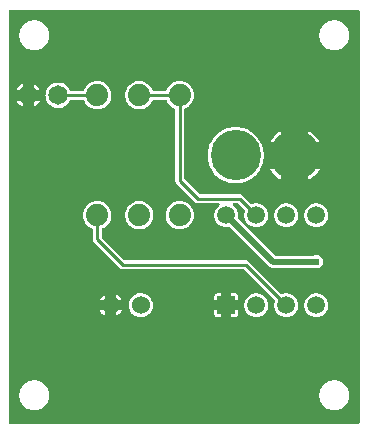
<source format=gtl>
G04 Layer: TopLayer*
G04 EasyEDA Pro v2.2.45.4, 2025-12-09 09:51:21*
G04 Gerber Generator version 0.3*
G04 Scale: 100 percent, Rotated: No, Reflected: No*
G04 Dimensions in millimeters*
G04 Leading zeros omitted, absolute positions, 4 integers and 5 decimals*
G04 Generated by one-click*
%FSLAX45Y45*%
%MOMM*%
%ADD10C,1.524*%
%ADD11C,4.25*%
%ADD12C,1.651*%
%ADD13C,1.8796*%
%ADD14R,1.5X1.5*%
%ADD15C,1.5*%
%ADD16C,0.62001*%
%ADD17C,0.5*%
%ADD18C,0.2524*%
%ADD19C,0.254*%
G75*


G04 Copper Start*
G36*
G01X-1475232Y267208D02*
G01X-1479120Y267981D01*
G01X-1482416Y270184D01*
G01X-1484619Y273480D01*
G01X-1485392Y277368D01*
G01X-1485392Y508000D01*
G01X-1397489Y508000D01*
G01X-1396560Y492633D01*
G01X-1393785Y477490D01*
G01X-1389205Y462792D01*
G01X-1382886Y448753D01*
G01X-1374922Y435578D01*
G01X-1365427Y423459D01*
G01X-1354541Y412573D01*
G01X-1342422Y403078D01*
G01X-1329247Y395114D01*
G01X-1315208Y388795D01*
G01X-1300510Y384215D01*
G01X-1285367Y381440D01*
G01X-1270000Y380511D01*
G01X-1270000Y380511D01*
G01X-1254633Y381440D01*
G01X-1239490Y384215D01*
G01X-1224792Y388795D01*
G01X-1210753Y395114D01*
G01X-1197578Y403078D01*
G01X-1185459Y412573D01*
G01X-1174573Y423459D01*
G01X-1165078Y435578D01*
G01X-1157114Y448753D01*
G01X-1150795Y462792D01*
G01X-1146215Y477490D01*
G01X-1143440Y492633D01*
G01X-1142511Y508000D01*
G01X1142511Y508000D01*
G01X1143440Y492633D01*
G01X1146215Y477490D01*
G01X1150795Y462792D01*
G01X1157114Y448753D01*
G01X1165078Y435578D01*
G01X1174573Y423459D01*
G01X1185459Y412573D01*
G01X1197578Y403078D01*
G01X1210753Y395114D01*
G01X1224792Y388795D01*
G01X1239490Y384215D01*
G01X1254633Y381440D01*
G01X1270000Y380511D01*
G01X1270000Y380511D01*
G01X1285367Y381440D01*
G01X1300510Y384215D01*
G01X1315208Y388795D01*
G01X1329247Y395114D01*
G01X1342422Y403078D01*
G01X1354541Y412573D01*
G01X1365427Y423459D01*
G01X1374922Y435578D01*
G01X1382886Y448753D01*
G01X1389205Y462792D01*
G01X1393785Y477490D01*
G01X1396560Y492633D01*
G01X1397489Y508000D01*
G01X1396560Y523367D01*
G01X1393785Y538510D01*
G01X1389205Y553208D01*
G01X1382886Y567247D01*
G01X1374922Y580422D01*
G01X1365427Y592541D01*
G01X1354541Y603427D01*
G01X1342422Y612922D01*
G01X1329247Y620886D01*
G01X1315208Y627205D01*
G01X1300510Y631785D01*
G01X1285367Y634560D01*
G01X1270000Y635489D01*
G01X1254633Y634560D01*
G01X1239490Y631785D01*
G01X1224792Y627205D01*
G01X1210753Y620886D01*
G01X1197578Y612922D01*
G01X1185459Y603427D01*
G01X1174573Y592541D01*
G01X1165078Y580422D01*
G01X1157114Y567247D01*
G01X1150795Y553208D01*
G01X1146215Y538510D01*
G01X1143440Y523367D01*
G01X1142511Y508000D01*
G01X-1142511Y508000D01*
G01X-1143440Y523367D01*
G01X-1146215Y538510D01*
G01X-1150795Y553208D01*
G01X-1157114Y567247D01*
G01X-1165078Y580422D01*
G01X-1174573Y592541D01*
G01X-1185459Y603427D01*
G01X-1197578Y612922D01*
G01X-1210753Y620886D01*
G01X-1224792Y627205D01*
G01X-1239490Y631785D01*
G01X-1254633Y634560D01*
G01X-1270000Y635489D01*
G01X-1285367Y634560D01*
G01X-1300510Y631785D01*
G01X-1315208Y627205D01*
G01X-1329247Y620886D01*
G01X-1342422Y612922D01*
G01X-1354541Y603427D01*
G01X-1365427Y592541D01*
G01X-1374922Y580422D01*
G01X-1382886Y567247D01*
G01X-1389205Y553208D01*
G01X-1393785Y538510D01*
G01X-1396560Y523367D01*
G01X-1397489Y508000D01*
G01X-1485392Y508000D01*
G01X-1485392Y1225550D01*
G01X-713962Y1225550D01*
G01X-710134Y1217976D01*
G01X-702416Y1206733D01*
G01X-693269Y1196619D01*
G01X-682855Y1187814D01*
G01X-671360Y1180476D01*
G01X-666750Y1178337D01*
G01X-666750Y1178337D01*
G01X-666750Y1225550D01*
G01X-577850Y1225550D01*
G01X-577850Y1178210D01*
G01X-567370Y1183953D01*
G01X-556391Y1192042D01*
G01X-546588Y1201523D01*
G01X-538137Y1212225D01*
G01X-531187Y1223958D01*
G01X-530512Y1225550D01*
G01X-577850Y1225550D01*
G01X-577850Y1225550D01*
G01X-666750Y1225550D01*
G01X-713962Y1225550D01*
G01X-1485392Y1225550D01*
G01X-1485392Y1270000D01*
G01X-470385Y1270000D01*
G01X-469474Y1256393D01*
G01X-466758Y1243030D01*
G01X-462285Y1230147D01*
G01X-456134Y1217976D01*
G01X-448416Y1206733D01*
G01X-439269Y1196619D01*
G01X-428855Y1187814D01*
G01X-417360Y1180476D01*
G01X-404990Y1174736D01*
G01X-391965Y1170696D01*
G01X-378518Y1168427D01*
G01X-364889Y1167972D01*
G01X-364889Y1167972D01*
G01X-351320Y1169337D01*
G01X-338055Y1172498D01*
G01X-325329Y1177399D01*
G01X-313370Y1183953D01*
G01X-302391Y1192042D01*
G01X-292588Y1201523D01*
G01X-284137Y1212225D01*
G01X-277187Y1223958D01*
G01X-276258Y1226150D01*
G01X254692Y1226150D01*
G01X254692Y1195571D01*
G01X255404Y1189249D01*
G01X257316Y1183787D01*
G01X260395Y1178887D01*
G01X264487Y1174795D01*
G01X269387Y1171716D01*
G01X274849Y1169804D01*
G01X274849Y1169804D01*
G01X281171Y1169092D01*
G01X311750Y1169092D01*
G01X311750Y1226150D01*
G01X399450Y1226150D01*
G01X399450Y1169092D01*
G01X430029Y1169092D01*
G01X436351Y1169804D01*
G01X441813Y1171716D01*
G01X446713Y1174795D01*
G01X450805Y1178887D01*
G01X453884Y1183787D01*
G01X455796Y1189249D01*
G01X456508Y1195571D01*
G01X456508Y1226150D01*
G01X399450Y1226150D01*
G01X399450Y1226150D01*
G01X311750Y1226150D01*
G01X254692Y1226150D01*
G01X-276258Y1226150D01*
G01X-271863Y1236513D01*
G01X-268260Y1249666D01*
G01X-266443Y1263181D01*
G01X-266443Y1266629D01*
G01X508771Y1266629D01*
G01X510120Y1253220D01*
G01X513244Y1240110D01*
G01X518088Y1227534D01*
G01X524565Y1215716D01*
G01X532559Y1204866D01*
G01X541928Y1195178D01*
G01X552504Y1186826D01*
G01X564100Y1179958D01*
G01X576507Y1174697D01*
G01X589505Y1171136D01*
G01X602862Y1169340D01*
G01X616338Y1169340D01*
G01X616338Y1169340D01*
G01X629695Y1171136D01*
G01X642693Y1174697D01*
G01X655100Y1179958D01*
G01X666696Y1186826D01*
G01X677272Y1195178D01*
G01X686641Y1204866D01*
G01X694635Y1215716D01*
G01X701112Y1227534D01*
G01X705956Y1240110D01*
G01X709080Y1253220D01*
G01X710429Y1266629D01*
G01X709979Y1280098D01*
G01X707737Y1293387D01*
G01X703744Y1306259D01*
G01X698071Y1318484D01*
G01X690820Y1329843D01*
G01X682119Y1340134D01*
G01X672124Y1349175D01*
G01X661013Y1356802D01*
G01X648984Y1362880D01*
G01X636253Y1367301D01*
G01X623047Y1369985D01*
G01X609600Y1370885D01*
G01X596153Y1369985D01*
G01X582947Y1367301D01*
G01X570216Y1362880D01*
G01X558187Y1356802D01*
G01X547076Y1349175D01*
G01X537081Y1340134D01*
G01X528380Y1329843D01*
G01X521129Y1318484D01*
G01X515456Y1306259D01*
G01X511463Y1293387D01*
G01X509221Y1280098D01*
G01X508771Y1266629D01*
G01X-266443Y1266629D01*
G01X-266443Y1276819D01*
G01X-268260Y1290334D01*
G01X-271863Y1303487D01*
G01X-277187Y1316042D01*
G01X-284137Y1327775D01*
G01X-292588Y1338477D01*
G01X-298743Y1344429D01*
G01X254692Y1344429D01*
G01X254692Y1313850D01*
G01X311750Y1313850D01*
G01X311750Y1370908D01*
G01X399450Y1370908D01*
G01X399450Y1313850D01*
G01X456508Y1313850D01*
G01X456508Y1344429D01*
G01X455796Y1350751D01*
G01X453884Y1356213D01*
G01X450805Y1361113D01*
G01X446713Y1365205D01*
G01X441813Y1368284D01*
G01X436351Y1370196D01*
G01X430029Y1370908D01*
G01X399450Y1370908D01*
G01X399450Y1370908D01*
G01X311750Y1370908D01*
G01X281171Y1370908D01*
G01X274849Y1370196D01*
G01X269387Y1368284D01*
G01X264487Y1365205D01*
G01X260395Y1361113D01*
G01X257316Y1356213D01*
G01X255404Y1350751D01*
G01X254692Y1344429D01*
G01X254692Y1344429D01*
G01X-298743Y1344429D01*
G01X-302391Y1347958D01*
G01X-313370Y1356047D01*
G01X-325329Y1362601D01*
G01X-338055Y1367502D01*
G01X-351320Y1370663D01*
G01X-364889Y1372028D01*
G01X-378518Y1371573D01*
G01X-391965Y1369304D01*
G01X-404990Y1365264D01*
G01X-417360Y1359524D01*
G01X-428855Y1352186D01*
G01X-439269Y1343381D01*
G01X-448416Y1333267D01*
G01X-456134Y1322024D01*
G01X-462285Y1309853D01*
G01X-466758Y1296970D01*
G01X-469474Y1283607D01*
G01X-470385Y1270000D01*
G01X-1485392Y1270000D01*
G01X-1485392Y1314450D01*
G01X-713962Y1314450D01*
G01X-666750Y1314450D01*
G01X-666750Y1361663D01*
G01X-671360Y1359524D01*
G01X-682855Y1352186D01*
G01X-693269Y1343381D01*
G01X-702416Y1333267D01*
G01X-710134Y1322024D01*
G01X-710134Y1322024D01*
G01X-713962Y1314450D01*
G01X-1485392Y1314450D01*
G01X-1485392Y1361790D01*
G01X-577850Y1361790D01*
G01X-577850Y1314450D01*
G01X-530512Y1314450D01*
G01X-531187Y1316042D01*
G01X-538137Y1327775D01*
G01X-546588Y1338477D01*
G01X-556391Y1347958D01*
G01X-567370Y1356047D01*
G01X-577850Y1361790D01*
G01X-577850Y1361790D01*
G01X-1485392Y1361790D01*
G01X-1485392Y2035691D01*
G01X-856412Y2035691D01*
G01X-855957Y2020940D01*
G01X-853693Y2006356D01*
G01X-849655Y1992161D01*
G01X-843902Y1978570D01*
G01X-836523Y1965789D01*
G01X-827629Y1954011D01*
G01X-817355Y1943416D01*
G01X-805857Y1934164D01*
G01X-793309Y1926394D01*
G01X-781122Y1920787D01*
G01X-778002Y1918554D01*
G01X-775932Y1915324D01*
G01X-775208Y1911557D01*
G01X-775208Y1829299D01*
G01X-774418Y1821278D01*
G01X-772224Y1814044D01*
G01X-768660Y1807378D01*
G01X-763547Y1801147D01*
G01X-548353Y1585953D01*
G01X-542122Y1580840D01*
G01X-535456Y1577276D01*
G01X-528222Y1575082D01*
G01X-520201Y1574292D01*
G01X500500Y1574292D01*
G01X504388Y1573519D01*
G01X507684Y1571316D01*
G01X765897Y1313103D01*
G01X767976Y1310093D01*
G01X768854Y1306541D01*
G01X768417Y1302908D01*
G01X765463Y1293387D01*
G01X763221Y1280098D01*
G01X762771Y1266629D01*
G01X764120Y1253220D01*
G01X767244Y1240110D01*
G01X772088Y1227534D01*
G01X778565Y1215716D01*
G01X786559Y1204866D01*
G01X795928Y1195178D01*
G01X806504Y1186826D01*
G01X818100Y1179958D01*
G01X830507Y1174697D01*
G01X843505Y1171136D01*
G01X843505Y1171136D01*
G01X856862Y1169340D01*
G01X870338Y1169340D01*
G01X883695Y1171136D01*
G01X896693Y1174697D01*
G01X909100Y1179958D01*
G01X920696Y1186826D01*
G01X931272Y1195178D01*
G01X940641Y1204866D01*
G01X948635Y1215716D01*
G01X955112Y1227534D01*
G01X959956Y1240110D01*
G01X963080Y1253220D01*
G01X964429Y1266629D01*
G01X1016771Y1266629D01*
G01X1018120Y1253220D01*
G01X1021244Y1240110D01*
G01X1026088Y1227534D01*
G01X1032565Y1215716D01*
G01X1040559Y1204866D01*
G01X1049928Y1195178D01*
G01X1060504Y1186826D01*
G01X1072100Y1179958D01*
G01X1084507Y1174697D01*
G01X1097505Y1171136D01*
G01X1097505Y1171136D01*
G01X1110862Y1169340D01*
G01X1124338Y1169340D01*
G01X1137695Y1171136D01*
G01X1150693Y1174697D01*
G01X1163100Y1179958D01*
G01X1174696Y1186826D01*
G01X1185272Y1195178D01*
G01X1194641Y1204866D01*
G01X1202635Y1215716D01*
G01X1209112Y1227534D01*
G01X1213956Y1240110D01*
G01X1217080Y1253220D01*
G01X1218429Y1266629D01*
G01X1217979Y1280098D01*
G01X1215737Y1293387D01*
G01X1211744Y1306259D01*
G01X1206071Y1318484D01*
G01X1198820Y1329843D01*
G01X1190119Y1340134D01*
G01X1180124Y1349175D01*
G01X1169013Y1356802D01*
G01X1156984Y1362880D01*
G01X1144253Y1367301D01*
G01X1131047Y1369985D01*
G01X1117600Y1370885D01*
G01X1104153Y1369985D01*
G01X1090947Y1367301D01*
G01X1078216Y1362880D01*
G01X1066187Y1356802D01*
G01X1055076Y1349175D01*
G01X1045081Y1340134D01*
G01X1036380Y1329843D01*
G01X1029129Y1318484D01*
G01X1023456Y1306259D01*
G01X1019463Y1293387D01*
G01X1017221Y1280098D01*
G01X1016771Y1266629D01*
G01X964429Y1266629D01*
G01X963979Y1280098D01*
G01X961737Y1293387D01*
G01X957744Y1306259D01*
G01X952071Y1318484D01*
G01X944820Y1329843D01*
G01X936119Y1340134D01*
G01X926124Y1349175D01*
G01X915013Y1356802D01*
G01X902984Y1362880D01*
G01X890253Y1367301D01*
G01X877047Y1369985D01*
G01X863600Y1370885D01*
G01X850153Y1369985D01*
G01X836947Y1367301D01*
G01X831050Y1365253D01*
G01X827321Y1364699D01*
G01X823647Y1365542D01*
G01X820533Y1367667D01*
G01X548353Y1639847D01*
G01X542122Y1644960D01*
G01X535456Y1648524D01*
G01X528222Y1650718D01*
G01X520201Y1651508D01*
G01X-500500Y1651508D01*
G01X-504388Y1652281D01*
G01X-507684Y1654484D01*
G01X-695016Y1841816D01*
G01X-697219Y1845112D01*
G01X-697992Y1849000D01*
G01X-697992Y1911557D01*
G01X-697268Y1915324D01*
G01X-695198Y1918554D01*
G01X-692078Y1920787D01*
G01X-679891Y1926394D01*
G01X-667343Y1934164D01*
G01X-655845Y1943416D01*
G01X-645571Y1954011D01*
G01X-636677Y1965789D01*
G01X-629298Y1978570D01*
G01X-623545Y1992161D01*
G01X-619507Y2006356D01*
G01X-617243Y2020940D01*
G01X-617016Y2028309D01*
G01X-500812Y2028309D01*
G01X-499450Y2013613D01*
G01X-496293Y1999196D01*
G01X-491388Y1985277D01*
G01X-484809Y1972066D01*
G01X-476657Y1959763D01*
G01X-467055Y1948555D01*
G01X-456148Y1938613D01*
G01X-444103Y1930086D01*
G01X-431100Y1923103D01*
G01X-417339Y1917772D01*
G01X-403026Y1914172D01*
G01X-403026Y1914172D01*
G01X-388379Y1912359D01*
G01X-373621Y1912359D01*
G01X-358974Y1914172D01*
G01X-344661Y1917772D01*
G01X-330900Y1923103D01*
G01X-317897Y1930086D01*
G01X-305852Y1938613D01*
G01X-294945Y1948555D01*
G01X-285343Y1959763D01*
G01X-277191Y1972066D01*
G01X-270612Y1985277D01*
G01X-265707Y1999196D01*
G01X-262550Y2013613D01*
G01X-261188Y2028309D01*
G01X-261416Y2035691D01*
G01X-157912Y2035691D01*
G01X-157457Y2020940D01*
G01X-155193Y2006356D01*
G01X-151155Y1992161D01*
G01X-145402Y1978570D01*
G01X-138023Y1965789D01*
G01X-129129Y1954011D01*
G01X-118855Y1943416D01*
G01X-107357Y1934164D01*
G01X-94809Y1926394D01*
G01X-81402Y1920226D01*
G01X-67338Y1915752D01*
G01X-52830Y1913040D01*
G01X-38100Y1912131D01*
G01X-38100Y1912131D01*
G01X-23370Y1913040D01*
G01X-8862Y1915752D01*
G01X5202Y1920226D01*
G01X18609Y1926394D01*
G01X31157Y1934164D01*
G01X42655Y1943416D01*
G01X52929Y1954011D01*
G01X61823Y1965789D01*
G01X69202Y1978570D01*
G01X74955Y1992161D01*
G01X78993Y2006356D01*
G01X81257Y2020940D01*
G01X81712Y2035691D01*
G01X80350Y2050387D01*
G01X77193Y2064804D01*
G01X72288Y2078723D01*
G01X65709Y2091934D01*
G01X57557Y2104237D01*
G01X47955Y2115445D01*
G01X37048Y2125387D01*
G01X25003Y2133914D01*
G01X12000Y2140897D01*
G01X-1761Y2146228D01*
G01X-16074Y2149828D01*
G01X-30721Y2151641D01*
G01X-45479Y2151641D01*
G01X-60126Y2149828D01*
G01X-74439Y2146228D01*
G01X-88200Y2140897D01*
G01X-101203Y2133914D01*
G01X-113248Y2125387D01*
G01X-124155Y2115445D01*
G01X-133757Y2104237D01*
G01X-141909Y2091934D01*
G01X-148488Y2078723D01*
G01X-153393Y2064804D01*
G01X-156550Y2050387D01*
G01X-157912Y2035691D01*
G01X-261416Y2035691D01*
G01X-261643Y2043060D01*
G01X-263907Y2057644D01*
G01X-267945Y2071839D01*
G01X-273698Y2085430D01*
G01X-281077Y2098211D01*
G01X-289971Y2109989D01*
G01X-300245Y2120584D01*
G01X-311743Y2129836D01*
G01X-324291Y2137606D01*
G01X-337698Y2143774D01*
G01X-351762Y2148248D01*
G01X-366270Y2150960D01*
G01X-381000Y2151869D01*
G01X-395730Y2150960D01*
G01X-410238Y2148248D01*
G01X-424302Y2143774D01*
G01X-437709Y2137606D01*
G01X-450257Y2129836D01*
G01X-461755Y2120584D01*
G01X-472029Y2109989D01*
G01X-480923Y2098211D01*
G01X-488302Y2085430D01*
G01X-494055Y2071839D01*
G01X-498093Y2057644D01*
G01X-500357Y2043060D01*
G01X-500812Y2028309D01*
G01X-617016Y2028309D01*
G01X-616788Y2035691D01*
G01X-618150Y2050387D01*
G01X-621307Y2064804D01*
G01X-626212Y2078723D01*
G01X-632791Y2091934D01*
G01X-640943Y2104237D01*
G01X-650545Y2115445D01*
G01X-661452Y2125387D01*
G01X-673497Y2133914D01*
G01X-686500Y2140897D01*
G01X-700261Y2146228D01*
G01X-714574Y2149828D01*
G01X-729221Y2151641D01*
G01X-743979Y2151641D01*
G01X-758626Y2149828D01*
G01X-772939Y2146228D01*
G01X-786700Y2140897D01*
G01X-799703Y2133914D01*
G01X-811748Y2125387D01*
G01X-822655Y2115445D01*
G01X-832257Y2104237D01*
G01X-840409Y2091934D01*
G01X-846988Y2078723D01*
G01X-851893Y2064804D01*
G01X-855050Y2050387D01*
G01X-856412Y2035691D01*
G01X-1485392Y2035691D01*
G01X-1485392Y3000375D01*
G01X-1417960Y3000375D01*
G01X-1414709Y2993782D01*
G01X-1406828Y2981988D01*
G01X-1397476Y2971324D01*
G01X-1386812Y2961972D01*
G01X-1375018Y2954091D01*
G01X-1375018Y2954091D01*
G01X-1368425Y2950840D01*
G01X-1368425Y3000375D01*
G01X-1273175Y3000375D01*
G01X-1273175Y2950840D01*
G01X-1266582Y2954091D01*
G01X-1254788Y2961972D01*
G01X-1244124Y2971324D01*
G01X-1234772Y2981988D01*
G01X-1226891Y2993782D01*
G01X-1223640Y3000375D01*
G01X-1273175Y3000375D01*
G01X-1273175Y3000375D01*
G01X-1368425Y3000375D01*
G01X-1417960Y3000375D01*
G01X-1485392Y3000375D01*
G01X-1485392Y3048000D01*
G01X-1175236Y3048000D01*
G01X-1174309Y3033846D01*
G01X-1171541Y3019935D01*
G01X-1166982Y3006503D01*
G01X-1160709Y2993782D01*
G01X-1152828Y2981988D01*
G01X-1143476Y2971324D01*
G01X-1132812Y2961972D01*
G01X-1121018Y2954091D01*
G01X-1108297Y2947818D01*
G01X-1094865Y2943259D01*
G01X-1080954Y2940491D01*
G01X-1066800Y2939564D01*
G01X-1052646Y2940491D01*
G01X-1038735Y2943259D01*
G01X-1025303Y2947818D01*
G01X-1012582Y2954091D01*
G01X-1000788Y2961972D01*
G01X-990124Y2971324D01*
G01X-980772Y2981988D01*
G01X-972891Y2993782D01*
G01X-967988Y3003726D01*
G01X-965739Y3006723D01*
G01X-962558Y3008701D01*
G01X-958876Y3009392D01*
G01X-856908Y3009392D01*
G01X-853044Y3008628D01*
G01X-849761Y3006453D01*
G01X-847552Y3003192D01*
G01X-843902Y2994570D01*
G01X-836523Y2981789D01*
G01X-827629Y2970011D01*
G01X-817355Y2959416D01*
G01X-805857Y2950164D01*
G01X-793309Y2942394D01*
G01X-779902Y2936226D01*
G01X-765838Y2931752D01*
G01X-751330Y2929040D01*
G01X-736600Y2928131D01*
G01X-736600Y2928131D01*
G01X-721870Y2929040D01*
G01X-707362Y2931752D01*
G01X-693298Y2936226D01*
G01X-679891Y2942394D01*
G01X-667343Y2950164D01*
G01X-655845Y2959416D01*
G01X-645571Y2970011D01*
G01X-636677Y2981789D01*
G01X-629298Y2994570D01*
G01X-623545Y3008161D01*
G01X-619507Y3022356D01*
G01X-617243Y3036940D01*
G01X-617016Y3044309D01*
G01X-500812Y3044309D01*
G01X-499450Y3029613D01*
G01X-496293Y3015196D01*
G01X-491388Y3001277D01*
G01X-484809Y2988066D01*
G01X-476657Y2975763D01*
G01X-467055Y2964555D01*
G01X-456148Y2954613D01*
G01X-444103Y2946086D01*
G01X-431100Y2939103D01*
G01X-417339Y2933772D01*
G01X-403026Y2930172D01*
G01X-388379Y2928359D01*
G01X-373621Y2928359D01*
G01X-358974Y2930172D01*
G01X-344661Y2933772D01*
G01X-330900Y2939103D01*
G01X-317897Y2946086D01*
G01X-305852Y2954613D01*
G01X-294945Y2964555D01*
G01X-285343Y2975763D01*
G01X-277191Y2988066D01*
G01X-270612Y3001277D01*
G01X-267998Y3006154D01*
G01X-264616Y3008547D01*
G01X-260561Y3009392D01*
G01X-158408Y3009392D01*
G01X-154544Y3008628D01*
G01X-151261Y3006453D01*
G01X-149052Y3003192D01*
G01X-145402Y2994570D01*
G01X-138023Y2981789D01*
G01X-129129Y2970011D01*
G01X-118855Y2959416D01*
G01X-107357Y2950164D01*
G01X-94809Y2942394D01*
G01X-82622Y2936787D01*
G01X-79502Y2934554D01*
G01X-77432Y2931324D01*
G01X-76708Y2927557D01*
G01X-76708Y2324599D01*
G01X-75918Y2316578D01*
G01X-73724Y2309344D01*
G01X-70160Y2302678D01*
G01X-65047Y2296447D01*
G01X86647Y2144753D01*
G01X92878Y2139640D01*
G01X99544Y2136076D01*
G01X106778Y2133882D01*
G01X114799Y2133092D01*
G01X292252Y2133092D01*
G01X296426Y2132195D01*
G01X299862Y2129663D01*
G01X301956Y2125942D01*
G01X302336Y2121690D01*
G01X300935Y2117657D01*
G01X298002Y2114556D01*
G01X293076Y2111175D01*
G01X283081Y2102134D01*
G01X274380Y2091843D01*
G01X267129Y2080484D01*
G01X261456Y2068259D01*
G01X257463Y2055387D01*
G01X255221Y2042098D01*
G01X254771Y2028629D01*
G01X256120Y2015220D01*
G01X259244Y2002110D01*
G01X264088Y1989534D01*
G01X270565Y1977716D01*
G01X278559Y1966866D01*
G01X287928Y1957178D01*
G01X298504Y1948826D01*
G01X310100Y1941958D01*
G01X322507Y1936697D01*
G01X335505Y1933136D01*
G01X348862Y1931340D01*
G01X362325Y1931340D01*
G01X376623Y1933300D01*
G01X379731Y1933246D01*
G01X382678Y1932255D01*
G01X385187Y1930419D01*
G01X713146Y1602459D01*
G01X716583Y1599310D01*
G01X720106Y1596607D01*
G01X723851Y1594221D01*
G01X727790Y1592171D01*
G01X731892Y1590471D01*
G01X736127Y1589136D01*
G01X740462Y1588175D01*
G01X744864Y1587596D01*
G01X749522Y1587392D01*
G01X1090344Y1587392D01*
G01X1094132Y1586660D01*
G01X1100946Y1583921D01*
G01X1110376Y1581889D01*
G01X1120014Y1581479D01*
G01X1120014Y1581479D01*
G01X1129582Y1582704D01*
G01X1138805Y1585529D01*
G01X1147418Y1589872D01*
G01X1155174Y1595608D01*
G01X1161848Y1602572D01*
G01X1167250Y1610564D01*
G01X1171223Y1619354D01*
G01X1173654Y1628689D01*
G01X1174472Y1638300D01*
G01X1173654Y1647911D01*
G01X1171223Y1657246D01*
G01X1167250Y1666036D01*
G01X1161848Y1674028D01*
G01X1155174Y1680992D01*
G01X1147418Y1686728D01*
G01X1138805Y1691071D01*
G01X1129582Y1693896D01*
G01X1120014Y1695121D01*
G01X1110376Y1694711D01*
G01X1100946Y1692679D01*
G01X1094132Y1689940D01*
G01X1090344Y1689208D01*
G01X774595Y1689208D01*
G01X770707Y1689981D01*
G01X767411Y1692184D01*
G01X457035Y2002560D01*
G01X455051Y2005365D01*
G01X454116Y2008671D01*
G01X454336Y2012099D01*
G01X455080Y2015220D01*
G01X456429Y2028629D01*
G01X455979Y2042098D01*
G01X453737Y2055387D01*
G01X449744Y2068259D01*
G01X444071Y2080484D01*
G01X436820Y2091843D01*
G01X428119Y2102134D01*
G01X418124Y2111175D01*
G01X413198Y2114556D01*
G01X410265Y2117657D01*
G01X408864Y2121690D01*
G01X409244Y2125942D01*
G01X411338Y2129663D01*
G01X414774Y2132195D01*
G01X418948Y2133092D01*
G01X449700Y2133092D01*
G01X453588Y2132319D01*
G01X456884Y2130116D01*
G01X511897Y2075103D01*
G01X513976Y2072093D01*
G01X514854Y2068541D01*
G01X514417Y2064908D01*
G01X511463Y2055387D01*
G01X509221Y2042098D01*
G01X508771Y2028629D01*
G01X510120Y2015220D01*
G01X513244Y2002110D01*
G01X518088Y1989534D01*
G01X524565Y1977716D01*
G01X532559Y1966866D01*
G01X541928Y1957178D01*
G01X552504Y1948826D01*
G01X564100Y1941958D01*
G01X576507Y1936697D01*
G01X589505Y1933136D01*
G01X602862Y1931340D01*
G01X616338Y1931340D01*
G01X629695Y1933136D01*
G01X642693Y1936697D01*
G01X655100Y1941958D01*
G01X666696Y1948826D01*
G01X677272Y1957178D01*
G01X686641Y1966866D01*
G01X694635Y1977716D01*
G01X701112Y1989534D01*
G01X705956Y2002110D01*
G01X709080Y2015220D01*
G01X710429Y2028629D01*
G01X762771Y2028629D01*
G01X764120Y2015220D01*
G01X767244Y2002110D01*
G01X772088Y1989534D01*
G01X778565Y1977716D01*
G01X786559Y1966866D01*
G01X795928Y1957178D01*
G01X806504Y1948826D01*
G01X818100Y1941958D01*
G01X830507Y1936697D01*
G01X843505Y1933136D01*
G01X856862Y1931340D01*
G01X870338Y1931340D01*
G01X870338Y1931340D01*
G01X883695Y1933136D01*
G01X896693Y1936697D01*
G01X909100Y1941958D01*
G01X920696Y1948826D01*
G01X931272Y1957178D01*
G01X940641Y1966866D01*
G01X948635Y1977716D01*
G01X955112Y1989534D01*
G01X959956Y2002110D01*
G01X963080Y2015220D01*
G01X964429Y2028629D01*
G01X1016771Y2028629D01*
G01X1018120Y2015220D01*
G01X1021244Y2002110D01*
G01X1026088Y1989534D01*
G01X1032565Y1977716D01*
G01X1040559Y1966866D01*
G01X1049928Y1957178D01*
G01X1060504Y1948826D01*
G01X1072100Y1941958D01*
G01X1084507Y1936697D01*
G01X1097505Y1933136D01*
G01X1110862Y1931340D01*
G01X1124338Y1931340D01*
G01X1124338Y1931340D01*
G01X1137695Y1933136D01*
G01X1150693Y1936697D01*
G01X1163100Y1941958D01*
G01X1174696Y1948826D01*
G01X1185272Y1957178D01*
G01X1194641Y1966866D01*
G01X1202635Y1977716D01*
G01X1209112Y1989534D01*
G01X1213956Y2002110D01*
G01X1217080Y2015220D01*
G01X1218429Y2028629D01*
G01X1217979Y2042098D01*
G01X1215737Y2055387D01*
G01X1211744Y2068259D01*
G01X1206071Y2080484D01*
G01X1198820Y2091843D01*
G01X1190119Y2102134D01*
G01X1180124Y2111175D01*
G01X1169013Y2118802D01*
G01X1156984Y2124880D01*
G01X1144253Y2129301D01*
G01X1131047Y2131985D01*
G01X1117600Y2132885D01*
G01X1104153Y2131985D01*
G01X1090947Y2129301D01*
G01X1078216Y2124880D01*
G01X1066187Y2118802D01*
G01X1055076Y2111175D01*
G01X1045081Y2102134D01*
G01X1036380Y2091843D01*
G01X1029129Y2080484D01*
G01X1023456Y2068259D01*
G01X1019463Y2055387D01*
G01X1017221Y2042098D01*
G01X1016771Y2028629D01*
G01X964429Y2028629D01*
G01X963979Y2042098D01*
G01X961737Y2055387D01*
G01X957744Y2068259D01*
G01X952071Y2080484D01*
G01X944820Y2091843D01*
G01X936119Y2102134D01*
G01X926124Y2111175D01*
G01X915013Y2118802D01*
G01X902984Y2124880D01*
G01X890253Y2129301D01*
G01X877047Y2131985D01*
G01X863600Y2132885D01*
G01X850153Y2131985D01*
G01X836947Y2129301D01*
G01X824216Y2124880D01*
G01X812187Y2118802D01*
G01X801076Y2111175D01*
G01X791081Y2102134D01*
G01X782380Y2091843D01*
G01X775129Y2080484D01*
G01X769456Y2068259D01*
G01X765463Y2055387D01*
G01X763221Y2042098D01*
G01X762771Y2028629D01*
G01X710429Y2028629D01*
G01X709979Y2042098D01*
G01X707737Y2055387D01*
G01X703744Y2068259D01*
G01X698071Y2080484D01*
G01X690820Y2091843D01*
G01X682119Y2102134D01*
G01X672124Y2111175D01*
G01X661013Y2118802D01*
G01X648984Y2124880D01*
G01X636253Y2129301D01*
G01X623047Y2131985D01*
G01X609600Y2132885D01*
G01X596153Y2131985D01*
G01X582947Y2129301D01*
G01X577050Y2127253D01*
G01X573321Y2126699D01*
G01X569647Y2127542D01*
G01X566533Y2129667D01*
G01X497553Y2198647D01*
G01X491322Y2203760D01*
G01X484656Y2207324D01*
G01X477422Y2209518D01*
G01X469401Y2210308D01*
G01X134500Y2210308D01*
G01X130612Y2211081D01*
G01X127316Y2213284D01*
G01X3484Y2337116D01*
G01X1281Y2340412D01*
G01X508Y2344300D01*
G01X508Y2540000D01*
G01X197402Y2540000D01*
G01X198362Y2518630D01*
G01X201234Y2497432D01*
G01X205994Y2476577D01*
G01X212604Y2456233D01*
G01X221011Y2436563D01*
G01X231148Y2417726D01*
G01X242932Y2399873D01*
G01X256270Y2383149D01*
G01X271053Y2367687D01*
G01X287162Y2353613D01*
G01X304468Y2341040D01*
G01X322831Y2330068D01*
G01X342104Y2320787D01*
G01X362131Y2313270D01*
G01X382752Y2307579D01*
G01X403800Y2303760D01*
G01X425105Y2301842D01*
G01X446496Y2301842D01*
G01X446496Y2301842D01*
G01X467801Y2303760D01*
G01X488849Y2307579D01*
G01X509470Y2313270D01*
G01X529497Y2320787D01*
G01X548770Y2330068D01*
G01X567133Y2341040D01*
G01X584439Y2353613D01*
G01X600548Y2367687D01*
G01X615331Y2383149D01*
G01X628669Y2399873D01*
G01X640453Y2417726D01*
G01X645659Y2427400D01*
G01X725941Y2427400D01*
G01X731147Y2417726D01*
G01X742931Y2399873D01*
G01X756269Y2383149D01*
G01X771052Y2367687D01*
G01X787161Y2353613D01*
G01X804467Y2341040D01*
G01X823200Y2329890D01*
G01X823200Y2329890D01*
G01X823200Y2427400D01*
G01X1048400Y2427400D01*
G01X1048400Y2329890D01*
G01X1067132Y2341040D01*
G01X1084438Y2353613D01*
G01X1100547Y2367687D01*
G01X1115330Y2383149D01*
G01X1128668Y2399873D01*
G01X1140452Y2417726D01*
G01X1145658Y2427400D01*
G01X1048400Y2427400D01*
G01X1048400Y2427400D01*
G01X823200Y2427400D01*
G01X725941Y2427400D01*
G01X645659Y2427400D01*
G01X650590Y2436563D01*
G01X658997Y2456233D01*
G01X665607Y2476577D01*
G01X670367Y2497432D01*
G01X673239Y2518630D01*
G01X674199Y2540000D01*
G01X673239Y2561370D01*
G01X670367Y2582568D01*
G01X665607Y2603423D01*
G01X658997Y2623767D01*
G01X650590Y2643437D01*
G01X645659Y2652600D01*
G01X725941Y2652600D01*
G01X823200Y2652600D01*
G01X823200Y2652600D01*
G01X823200Y2750110D01*
G01X1048400Y2750110D01*
G01X1048400Y2652600D01*
G01X1145658Y2652600D01*
G01X1140452Y2662274D01*
G01X1128668Y2680127D01*
G01X1115330Y2696851D01*
G01X1100547Y2712313D01*
G01X1084438Y2726387D01*
G01X1067132Y2738960D01*
G01X1048400Y2750110D01*
G01X1048400Y2750110D01*
G01X823200Y2750110D01*
G01X804467Y2738960D01*
G01X787161Y2726387D01*
G01X771052Y2712313D01*
G01X756269Y2696851D01*
G01X742931Y2680127D01*
G01X731147Y2662274D01*
G01X725941Y2652600D01*
G01X645659Y2652600D01*
G01X640453Y2662274D01*
G01X628669Y2680127D01*
G01X615331Y2696851D01*
G01X600548Y2712313D01*
G01X584439Y2726387D01*
G01X567133Y2738960D01*
G01X548770Y2749932D01*
G01X529497Y2759213D01*
G01X509470Y2766730D01*
G01X488849Y2772421D01*
G01X467801Y2776240D01*
G01X446496Y2778158D01*
G01X425105Y2778158D01*
G01X403800Y2776240D01*
G01X382752Y2772421D01*
G01X362131Y2766730D01*
G01X342104Y2759213D01*
G01X322831Y2749932D01*
G01X304468Y2738960D01*
G01X287162Y2726387D01*
G01X271053Y2712313D01*
G01X256270Y2696851D01*
G01X242932Y2680127D01*
G01X231148Y2662274D01*
G01X221011Y2643437D01*
G01X212604Y2623767D01*
G01X205994Y2603423D01*
G01X201234Y2582568D01*
G01X198362Y2561370D01*
G01X197402Y2540000D01*
G01X508Y2540000D01*
G01X508Y2927557D01*
G01X1232Y2931324D01*
G01X3302Y2934554D01*
G01X6422Y2936787D01*
G01X18609Y2942394D01*
G01X31157Y2950164D01*
G01X42655Y2959416D01*
G01X52929Y2970011D01*
G01X61823Y2981789D01*
G01X69202Y2994570D01*
G01X74955Y3008161D01*
G01X78993Y3022356D01*
G01X81257Y3036940D01*
G01X81712Y3051691D01*
G01X80350Y3066387D01*
G01X77193Y3080804D01*
G01X72288Y3094723D01*
G01X65709Y3107934D01*
G01X57557Y3120237D01*
G01X47955Y3131445D01*
G01X37048Y3141387D01*
G01X25003Y3149914D01*
G01X12000Y3156897D01*
G01X-1761Y3162228D01*
G01X-16074Y3165828D01*
G01X-30721Y3167641D01*
G01X-45479Y3167641D01*
G01X-60126Y3165828D01*
G01X-74439Y3162228D01*
G01X-88200Y3156897D01*
G01X-101203Y3149914D01*
G01X-113248Y3141387D01*
G01X-124155Y3131445D01*
G01X-133757Y3120237D01*
G01X-141909Y3107934D01*
G01X-148488Y3094723D01*
G01X-151102Y3089847D01*
G01X-154484Y3087453D01*
G01X-158539Y3086608D01*
G01X-260692Y3086608D01*
G01X-264556Y3087372D01*
G01X-267839Y3089547D01*
G01X-270048Y3092808D01*
G01X-273698Y3101430D01*
G01X-281077Y3114211D01*
G01X-289971Y3125989D01*
G01X-300245Y3136584D01*
G01X-311743Y3145836D01*
G01X-324291Y3153606D01*
G01X-337698Y3159774D01*
G01X-351762Y3164248D01*
G01X-366270Y3166960D01*
G01X-381000Y3167869D01*
G01X-395730Y3166960D01*
G01X-410238Y3164248D01*
G01X-424302Y3159774D01*
G01X-437709Y3153606D01*
G01X-450257Y3145836D01*
G01X-461755Y3136584D01*
G01X-472029Y3125989D01*
G01X-480923Y3114211D01*
G01X-488302Y3101430D01*
G01X-494055Y3087839D01*
G01X-498093Y3073644D01*
G01X-500357Y3059060D01*
G01X-500812Y3044309D01*
G01X-617016Y3044309D01*
G01X-616788Y3051691D01*
G01X-618150Y3066387D01*
G01X-621307Y3080804D01*
G01X-626212Y3094723D01*
G01X-632791Y3107934D01*
G01X-640943Y3120237D01*
G01X-650545Y3131445D01*
G01X-661452Y3141387D01*
G01X-673497Y3149914D01*
G01X-686500Y3156897D01*
G01X-700261Y3162228D01*
G01X-714574Y3165828D01*
G01X-729221Y3167641D01*
G01X-743979Y3167641D01*
G01X-758626Y3165828D01*
G01X-772939Y3162228D01*
G01X-786700Y3156897D01*
G01X-799703Y3149914D01*
G01X-811748Y3141387D01*
G01X-822655Y3131445D01*
G01X-832257Y3120237D01*
G01X-840409Y3107934D01*
G01X-846988Y3094723D01*
G01X-849602Y3089847D01*
G01X-852984Y3087453D01*
G01X-857039Y3086608D01*
G01X-958876Y3086608D01*
G01X-962558Y3087299D01*
G01X-965739Y3089277D01*
G01X-967988Y3092274D01*
G01X-972891Y3102218D01*
G01X-980772Y3114012D01*
G01X-990124Y3124676D01*
G01X-1000788Y3134028D01*
G01X-1012582Y3141909D01*
G01X-1025303Y3148182D01*
G01X-1038735Y3152741D01*
G01X-1052646Y3155509D01*
G01X-1066800Y3156436D01*
G01X-1080954Y3155509D01*
G01X-1094865Y3152741D01*
G01X-1108297Y3148182D01*
G01X-1121018Y3141909D01*
G01X-1132812Y3134028D01*
G01X-1143476Y3124676D01*
G01X-1152828Y3114012D01*
G01X-1160709Y3102218D01*
G01X-1166982Y3089497D01*
G01X-1171541Y3076065D01*
G01X-1174309Y3062154D01*
G01X-1175236Y3048000D01*
G01X-1485392Y3048000D01*
G01X-1485392Y3095625D01*
G01X-1417960Y3095625D01*
G01X-1368425Y3095625D01*
G01X-1368425Y3095625D01*
G01X-1368425Y3145160D01*
G01X-1273175Y3145160D01*
G01X-1273175Y3095625D01*
G01X-1223640Y3095625D01*
G01X-1226891Y3102218D01*
G01X-1234772Y3114012D01*
G01X-1244124Y3124676D01*
G01X-1254788Y3134028D01*
G01X-1266582Y3141909D01*
G01X-1273175Y3145160D01*
G01X-1273175Y3145160D01*
G01X-1368425Y3145160D01*
G01X-1375018Y3141909D01*
G01X-1386812Y3134028D01*
G01X-1397476Y3124676D01*
G01X-1406828Y3114012D01*
G01X-1414709Y3102218D01*
G01X-1417960Y3095625D01*
G01X-1485392Y3095625D01*
G01X-1485392Y3556000D01*
G01X-1397489Y3556000D01*
G01X-1396560Y3540633D01*
G01X-1393785Y3525490D01*
G01X-1389205Y3510792D01*
G01X-1382886Y3496753D01*
G01X-1374922Y3483578D01*
G01X-1365427Y3471459D01*
G01X-1354541Y3460573D01*
G01X-1342422Y3451078D01*
G01X-1329247Y3443114D01*
G01X-1315208Y3436795D01*
G01X-1300510Y3432215D01*
G01X-1285367Y3429440D01*
G01X-1270000Y3428511D01*
G01X-1270000Y3428511D01*
G01X-1254633Y3429440D01*
G01X-1239490Y3432215D01*
G01X-1224792Y3436795D01*
G01X-1210753Y3443114D01*
G01X-1197578Y3451078D01*
G01X-1185459Y3460573D01*
G01X-1174573Y3471459D01*
G01X-1165078Y3483578D01*
G01X-1157114Y3496753D01*
G01X-1150795Y3510792D01*
G01X-1146215Y3525490D01*
G01X-1143440Y3540633D01*
G01X-1142511Y3556000D01*
G01X1142511Y3556000D01*
G01X1143440Y3540633D01*
G01X1146215Y3525490D01*
G01X1150795Y3510792D01*
G01X1157114Y3496753D01*
G01X1165078Y3483578D01*
G01X1174573Y3471459D01*
G01X1185459Y3460573D01*
G01X1197578Y3451078D01*
G01X1210753Y3443114D01*
G01X1224792Y3436795D01*
G01X1239490Y3432215D01*
G01X1254633Y3429440D01*
G01X1270000Y3428511D01*
G01X1270000Y3428511D01*
G01X1285367Y3429440D01*
G01X1300510Y3432215D01*
G01X1315208Y3436795D01*
G01X1329247Y3443114D01*
G01X1342422Y3451078D01*
G01X1354541Y3460573D01*
G01X1365427Y3471459D01*
G01X1374922Y3483578D01*
G01X1382886Y3496753D01*
G01X1389205Y3510792D01*
G01X1393785Y3525490D01*
G01X1396560Y3540633D01*
G01X1397489Y3556000D01*
G01X1396560Y3571367D01*
G01X1393785Y3586510D01*
G01X1389205Y3601208D01*
G01X1382886Y3615247D01*
G01X1374922Y3628422D01*
G01X1365427Y3640541D01*
G01X1354541Y3651427D01*
G01X1342422Y3660922D01*
G01X1329247Y3668886D01*
G01X1315208Y3675205D01*
G01X1300510Y3679785D01*
G01X1285367Y3682560D01*
G01X1270000Y3683489D01*
G01X1254633Y3682560D01*
G01X1239490Y3679785D01*
G01X1224792Y3675205D01*
G01X1210753Y3668886D01*
G01X1197578Y3660922D01*
G01X1185459Y3651427D01*
G01X1174573Y3640541D01*
G01X1165078Y3628422D01*
G01X1157114Y3615247D01*
G01X1150795Y3601208D01*
G01X1146215Y3586510D01*
G01X1143440Y3571367D01*
G01X1142511Y3556000D01*
G01X-1142511Y3556000D01*
G01X-1143440Y3571367D01*
G01X-1146215Y3586510D01*
G01X-1150795Y3601208D01*
G01X-1157114Y3615247D01*
G01X-1165078Y3628422D01*
G01X-1174573Y3640541D01*
G01X-1185459Y3651427D01*
G01X-1197578Y3660922D01*
G01X-1210753Y3668886D01*
G01X-1224792Y3675205D01*
G01X-1239490Y3679785D01*
G01X-1254633Y3682560D01*
G01X-1270000Y3683489D01*
G01X-1285367Y3682560D01*
G01X-1300510Y3679785D01*
G01X-1315208Y3675205D01*
G01X-1329247Y3668886D01*
G01X-1342422Y3660922D01*
G01X-1354541Y3651427D01*
G01X-1365427Y3640541D01*
G01X-1374922Y3628422D01*
G01X-1382886Y3615247D01*
G01X-1389205Y3601208D01*
G01X-1393785Y3586510D01*
G01X-1396560Y3571367D01*
G01X-1397489Y3556000D01*
G01X-1485392Y3556000D01*
G01X-1485392Y3761232D01*
G01X-1484619Y3765120D01*
G01X-1482416Y3768416D01*
G01X-1479120Y3770619D01*
G01X-1475232Y3771392D01*
G01X1475232Y3771392D01*
G01X1479120Y3770619D01*
G01X1482416Y3768416D01*
G01X1484619Y3765120D01*
G01X1485392Y3761232D01*
G01X1485392Y277368D01*
G01X1484619Y273480D01*
G01X1482416Y270184D01*
G01X1479120Y267981D01*
G01X1475232Y267208D01*
G01X-1475232Y267208D01*
G37*
G04 Copper End*

G04 Pad Start*
G54D10*
G01X-368300Y1270000D03*
G01X-622300Y1270000D03*
G54D11*
G01X435813Y2540000D03*
G01X935812Y2540000D03*
G54D12*
G01X-1066800Y3048000D03*
G01X-1320800Y3048000D03*
G54D13*
G01X-38100Y3048000D03*
G01X-38100Y2032000D03*
G01X-381000Y2032000D03*
G01X-381000Y3048000D03*
G01X-736600Y3048000D03*
G01X-736600Y2032000D03*
G54D14*
G01X355600Y1270000D03*
G54D15*
G01X609600Y1270000D03*
G01X863600Y1270000D03*
G01X1117600Y1270000D03*
G01X355600Y2032000D03*
G01X609600Y2032000D03*
G01X863600Y2032000D03*
G01X1117600Y2032000D03*
G04 Pad End*

G04 Via Start*
G54D16*
G01X1117600Y1638300D03*
G04 Via End*

G04 Track Start*
G54D17*
G01X355600Y2032000D02*
G01X749300Y1638300D01*
G01X1117600Y1638300D01*
G54D19*
G01X-736600Y2032000D02*
G01X-736600Y1828800D01*
G01X-520700Y1612900D01*
G01X520700Y1612900D01*
G01X863600Y1270000D01*
G01X-38100Y3048000D02*
G01X-38100Y2324100D01*
G01X114300Y2171700D01*
G01X469900Y2171700D01*
G01X609600Y2032000D01*
G01X-381000Y3048000D02*
G01X-38100Y3048000D01*
G01X-1066800Y3048000D02*
G01X-736600Y3048000D01*
G04 Track End*

M02*


</source>
